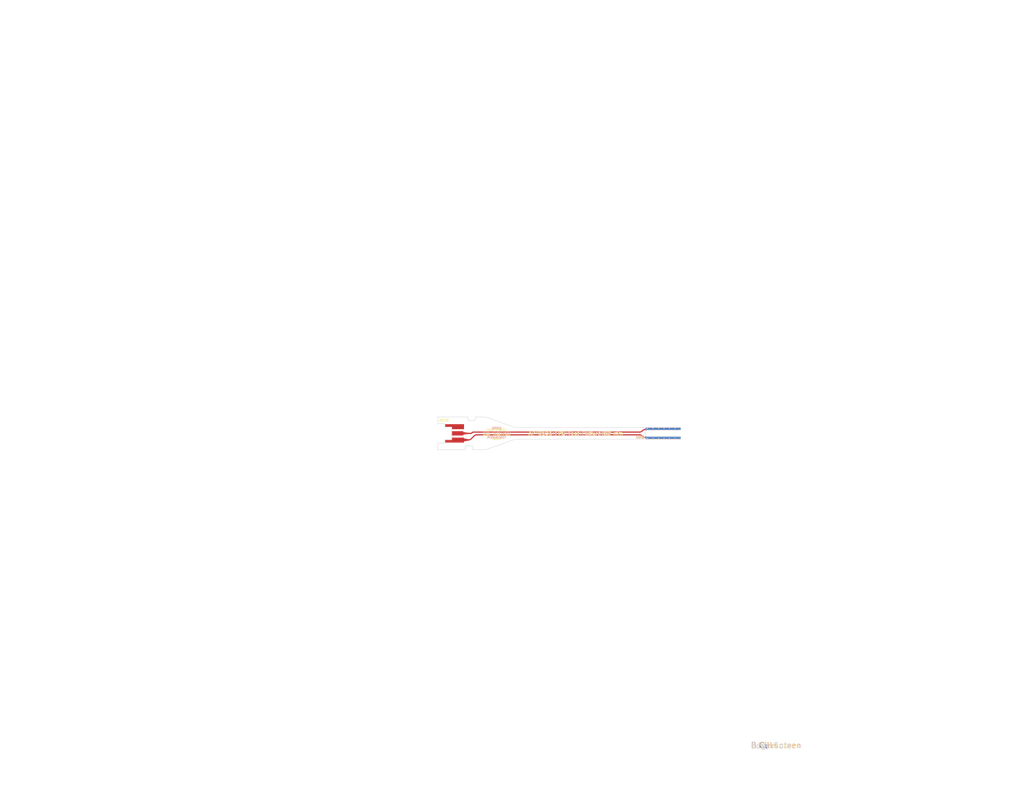
<source format=kicad_pcb>
(kicad_pcb (version 20240108) (generator "pcbnew") (generator_version "8.0")
  (title_block (title "Layout") (rev "0") (company "CREngineering"))
  (layers (0 "F.Cu" signal) (31 "B.Cu" signal) (34 "B.Paste" user) (35 "F.Paste" user) (36 "B.SilkS" user "B.Silkscreen") (37 "F.SilkS" user "F.Silkscreen") (38 "B.Mask" user) (39 "F.Mask" user) (44 "Edge.Cuts" user))
  (property "ADDRESS1" "Dorfstrasse 27A")
  (property "ADDRESS2" "Grabs 9472")
  (property "ADDRESS3" "Switzerland")
  (property "DRAWNBY" "Enrique Corpa")
  (property "DRAWNBY2" "Fabio Posser")
  (property "PROJECTID" "EP20240606-2")
  (property "PROJECTSTATUS" "Prototype")
  (property "PROJECTSTATUSDATE" "17.01.2025")
  (property "PROJECTTITLE" "AP 0603 FPC Test Fixture 60 mm")
  (property "RELEASEBY" "")
  (property "RELEASEBY2" "")
  (property "RELEASEDATE" "")
  (property "REVIEWBY" "Fabio Posser")
  (property "REVIEWBY2" "")
  (property "REVIEWDATE" "")
  (property "VARIANTNAME" "Standard")
  (net 0 "")
  (net 1 "/SIGNAL")
  (net 2 "/GND")
  (footprint "EP_Prototypes:MOLEX-734150991" (layer "F.Cu") (at 130.81 100.25)
    (property "Reference" "J101" (hide yes))
    (property "Value" "734150991" (hide yes))
    (fp_line (start -0.01 -1.75) (end -1.81 -1.75) (stroke (width 0.1)) (layer "Edge.Cuts"))
    (fp_line (start -0.01 -1.75) (end -0.01 1.75) (stroke (width 0.1)) (layer "Edge.Cuts"))
    (fp_line (start -0.01 1.75) (end -1.81 1.75) (stroke (width 0.1)) (layer "Edge.Cuts"))
    (pad "1" smd rect (at 1.54 0) (size 3.1 1.16) (layers "F.Cu" "F.Paste" "F.Mask") (net 1 "/SIGNAL"))
    (pad "2" smd custom (at 1.645 -1.825) (size 3.31 1.35) (layers "F.Cu" "F.Paste" "F.Mask") (net 2 "/GND") (options (clearance outline) (anchor rect)) (primitives (gr_rect (start -3.455 -0.675) (end -1.645 0.085) (width 0) (fill yes))))
    (pad "2" smd custom (at 1.645 1.825) (size 3.31 1.35) (layers "F.Cu" "F.Paste" "F.Mask") (net 2 "/GND") (options (clearance outline) (anchor rect)) (primitives (gr_rect (start -3.455 -0.085) (end -1.645 0.665) (width 0) (fill yes))))
  )
  (gr_poly (pts (xy 133.7 102.54) (xy 135.34 102.18) (xy 135.34 101.88) (xy 133.7 101.52)) (fill solid) (layer "F.Cu") (net 2))
  (gr_poly (pts (xy 183.3 101.15) (xy 183.3 101.45) (xy 183.55 101.75) (xy 193 101.75) (xy 193 101.15)) (fill solid) (layer "F.Cu") (net 2))
  (gr_poly (pts (xy 135.35 100.4) (xy 133.7 100.63) (xy 133.7 99.87) (xy 135.35 100.1)) (fill solid) (layer "F.Cu") (net 1))
  (gr_poly (pts (xy 183.3 99.35) (xy 183.3 99.05) (xy 183.55 98.75) (xy 193 98.75) (xy 193 99.35)) (fill solid) (layer "F.Cu") (net 1))
  (gr_poly (pts (xy 183.3 101.15) (xy 183.3 101.45) (xy 183.55 101.75) (xy 193 101.75) (xy 193 101.15)) (fill solid) (layer "B.Cu") (net 2))
  (gr_poly (pts (xy 183.3 99.35) (xy 183.3 99.05) (xy 183.55 98.75) (xy 193 98.75) (xy 193 99.35)) (fill solid) (layer "B.Cu") (net 1))
  (gr_line (start 185.5 101.85) (end 185.5 101.55) (stroke (width 0.16)) (layer "B.SilkS"))
  (gr_line (start 191.5 98.65) (end 191.5 98.95) (stroke (width 0.16)) (layer "B.SilkS"))
  (gr_line (start 188.5 98.65) (end 188.5 98.95) (stroke (width 0.16)) (layer "B.SilkS"))
  (gr_line (start 187 98.65) (end 187 98.95) (stroke (width 0.16)) (layer "B.SilkS"))
  (gr_line (start 184 98.65) (end 184 98.95) (stroke (width 0.16)) (layer "B.SilkS"))
  (gr_line (start 191.5 101.85) (end 191.5 101.55) (stroke (width 0.16)) (layer "B.SilkS"))
  (gr_line (start 190 101.85) (end 190 101.55) (stroke (width 0.16)) (layer "B.SilkS"))
  (gr_line (start 190 98.65) (end 190 98.95) (stroke (width 0.16)) (layer "B.SilkS"))
  (gr_line (start 184 101.85) (end 184 101.55) (stroke (width 0.16)) (layer "B.SilkS"))
  (gr_line (start 187 101.85) (end 187 101.55) (stroke (width 0.16)) (layer "B.SilkS"))
  (gr_line (start 188.5 101.85) (end 188.5 101.55) (stroke (width 0.16)) (layer "B.SilkS"))
  (gr_line (start 185.5 98.65) (end 185.5 98.95) (stroke (width 0.16)) (layer "B.SilkS"))
  (gr_line (start 188.5 98.65) (end 188.5 98.95) (stroke (width 0.16)) (layer "F.SilkS"))
  (gr_line (start 185.5 98.65) (end 185.5 98.95) (stroke (width 0.16)) (layer "F.SilkS"))
  (gr_line (start 187 98.65) (end 187 98.95) (stroke (width 0.16)) (layer "F.SilkS"))
  (gr_line (start 190 101.85) (end 190 101.55) (stroke (width 0.16)) (layer "F.SilkS"))
  (gr_line (start 187 101.85) (end 187 101.55) (stroke (width 0.16)) (layer "F.SilkS"))
  (gr_line (start 184 98.65) (end 184 98.95) (stroke (width 0.16)) (layer "F.SilkS"))
  (gr_line (start 191.5 98.65) (end 191.5 98.95) (stroke (width 0.16)) (layer "F.SilkS"))
  (gr_line (start 184 101.85) (end 184 101.55) (stroke (width 0.16)) (layer "F.SilkS"))
  (gr_line (start 185.5 101.85) (end 185.5 101.55) (stroke (width 0.16)) (layer "F.SilkS"))
  (gr_line (start 191.5 101.85) (end 191.5 101.55) (stroke (width 0.16)) (layer "F.SilkS"))
  (gr_line (start 190 98.65) (end 190 98.95) (stroke (width 0.16)) (layer "F.SilkS"))
  (gr_line (start 188.5 101.85) (end 188.5 101.55) (stroke (width 0.16)) (layer "F.SilkS"))
  (gr_line (start 136.5 103.95) (end 136.5 104.7) (stroke (width 0.1)) (layer "Edge.Cuts"))
  (gr_line (start 128.7 102.9) (end 127 102.9) (stroke (width 0.1)) (layer "Edge.Cuts"))
  (gr_line (start 134.5 104.7) (end 127 104.7) (stroke (width 0.1)) (layer "Edge.Cuts"))
  (gr_arc (start 137.2 96.55) (mid 137.126777 96.726777) (end 136.95 96.8) (stroke (width 0.1)) (layer "Edge.Cuts"))
  (gr_line (start 128.9 102.7) (end 128.7 102.9) (stroke (width 0.1)) (layer "Edge.Cuts"))
  (gr_arc (start 136.25 103.7) (mid 136.426777 103.773223) (end 136.5 103.95) (stroke (width 0.1)) (layer "Edge.Cuts"))
  (gr_line (start 137.2 95.8) (end 139.170444 95.8) (stroke (width 0.1)) (layer "Edge.Cuts"))
  (gr_line (start 134.75 103.7) (end 136.25 103.7) (stroke (width 0.1)) (layer "Edge.Cuts"))
  (gr_line (start 140.876755 104.39984) (end 147.073245 102.150159) (stroke (width 0.1)) (layer "Edge.Cuts"))
  (gr_line (start 135.2 95.8) (end 135.2 96.55) (stroke (width 0.1)) (layer "Edge.Cuts"))
  (gr_arc (start 139.170444 95.8) (mid 140.036699 95.875612) (end 140.876755 96.10016) (stroke (width 0.1)) (layer "Edge.Cuts"))
  (gr_line (start 183.3 100.05) (end 183.3 100.45) (stroke (width 0.1)) (layer "Edge.Cuts"))
  (gr_line (start 129 98.5) (end 128.9 98.5) (stroke (width 0.1)) (layer "Edge.Cuts"))
  (gr_line (start 148.8 101.85) (end 148.779556 101.85) (stroke (width 0.1)) (layer "Edge.Cuts"))
  (gr_line (start 134.5 103.95) (end 134.5 104.7) (stroke (width 0.1)) (layer "Edge.Cuts"))
  (gr_arc (start 134.5 103.95) (mid 134.573223 103.773223) (end 134.75 103.7) (stroke (width 0.1)) (layer "Edge.Cuts"))
  (gr_line (start 148.8 101.85) (end 193 101.85) (stroke (width 0.1)) (layer "Edge.Cuts"))
  (gr_line (start 184 101.15) (end 193 101.15) (stroke (width 0.1)) (layer "Edge.Cuts"))
  (gr_line (start 127 102.9) (end 127 104.7) (stroke (width 0.1)) (layer "Edge.Cuts"))
  (gr_arc (start 148.7796 98.65) (mid 147.913301 98.574388) (end 147.073245 98.349841) (stroke (width 0.1)) (layer "Edge.Cuts"))
  (gr_line (start 139.15 104.7) (end 139.170444 104.7) (stroke (width 0.1)) (layer "Edge.Cuts"))
  (gr_line (start 148.7796 98.65) (end 193 98.65) (stroke (width 0.1)) (layer "Edge.Cuts"))
  (gr_line (start 136.5 104.7) (end 139.15 104.7) (stroke (width 0.1)) (layer "Edge.Cuts"))
  (gr_line (start 129 102) (end 128.9 102) (stroke (width 0.1)) (layer "Edge.Cuts"))
  (gr_arc (start 147.073245 102.150159) (mid 147.913302 101.925619) (end 148.779556 101.85) (stroke (width 0.1)) (layer "Edge.Cuts"))
  (gr_line (start 193 99.35) (end 193 98.65) (stroke (width 0.1)) (layer "Edge.Cuts"))
  (gr_line (start 135.45 96.8) (end 136.95 96.8) (stroke (width 0.1)) (layer "Edge.Cuts"))
  (gr_line (start 193 101.85) (end 193 101.15) (stroke (width 0.1)) (layer "Edge.Cuts"))
  (gr_arc (start 135.45 96.8) (mid 135.273223 96.726777) (end 135.2 96.55) (stroke (width 0.1)) (layer "Edge.Cuts"))
  (gr_arc (start 183.3 100.05) (mid 183.505025 99.555025) (end 184 99.35) (stroke (width 0.1)) (layer "Edge.Cuts"))
  (gr_line (start 128.9 97.8) (end 128.9 98.5) (stroke (width 0.1)) (layer "Edge.Cuts"))
  (gr_line (start 140.876755 96.10016) (end 147.073245 98.349841) (stroke (width 0.1)) (layer "Edge.Cuts"))
  (gr_arc (start 184 101.15) (mid 183.505025 100.944975) (end 183.3 100.45) (stroke (width 0.1)) (layer "Edge.Cuts"))
  (gr_line (start 128.9 102.7) (end 128.9 102) (stroke (width 0.1)) (layer "Edge.Cuts"))
  (gr_arc (start 140.876755 104.39984) (mid 140.036698 104.624381) (end 139.170444 104.7) (stroke (width 0.1)) (layer "Edge.Cuts"))
  (gr_line (start 128.7 97.6) (end 127 97.6) (stroke (width 0.1)) (layer "Edge.Cuts"))
  (gr_line (start 193 99.35) (end 184 99.35) (stroke (width 0.1)) (layer "Edge.Cuts"))
  (gr_line (start 137.2 95.8) (end 137.2 96.55) (stroke (width 0.1)) (layer "Edge.Cuts"))
  (gr_line (start 127 95.8) (end 135.2 95.8) (stroke (width 0.1)) (layer "Edge.Cuts"))
  (gr_line (start 128.9 97.8) (end 128.7 97.6) (stroke (width 0.1)) (layer "Edge.Cuts"))
  (gr_line (start 127 97.6) (end 127 95.8) (stroke (width 0.1)) (layer "Edge.Cuts"))
  (gr_text "${LAYER}" (at 212 186 0) (layer "F.Cu") (effects (font (size 1.5 1.5) (thickness 0.2)) (justify left bottom)))
  (gr_text "${LAYER}" (at 212 186 0) (layer "B.Cu") (effects (font (size 1.5 1.5) (thickness 0.2)) (justify left bottom)))
  (gr_text "Euler Precision ${PROJECTID}" (at 164.5 100.25 180) (layer "B.SilkS") (effects (font (size 1 1) (thickness 0.2) (bold yes)) (justify mirror)))
  (gr_text "${LAYER}" (at 212 186 0) (layer "B.SilkS") (effects (font (size 1.5 1.5) (thickness 0.2)) (justify left bottom)))
  (gr_text "GND" (at 180.75 100.75 180) (layer "B.SilkS") (effects (font (size 0.75 0.75) (thickness 0.16) (bold yes)) (justify left bottom mirror)))
  (gr_text "${PROJECTTITLE}" (at 164.5 100.25 0) (layer "F.SilkS") (effects (font (size 1 1) (thickness 0.2) (bold yes))))
  (gr_text "GND" (at 180.85 101.7 0) (layer "F.SilkS") (effects (font (size 0.75 0.75) (thickness 0.16) (bold yes)) (justify left bottom)))
  (gr_text "REV${REVISION}" (at 127.25 97.15 0) (layer "F.SilkS") (effects (font (size 0.7 0.7) (thickness 0.16) (bold yes)) (justify left bottom)))
  (gr_text "${LAYER}" (at 212 186 0) (layer "F.SilkS") (effects (font (size 1.5 1.5) (thickness 0.2)) (justify left bottom)))
  (gr_text "${LAYER}" (at 212 186 0) (layer "Edge.Cuts") (effects (font (size 1.5 1.5) (thickness 0.2)) (justify left bottom)))
  (gr_text_box "WARNING:\nUse insertion tool!" (start 138.5 97.75) (end 147.5 102.25) (angle 180) (layer "B.SilkS") (effects (font (size 0.75 0.75) (thickness 0.16) (bold yes)) (justify top mirror)) (border no))
  (gr_text_box "WARNING:\nUse insertion tool!" (start 138.5 98.25) (end 147.5 102.75) (layer "F.SilkS") (effects (font (size 0.75 0.75) (thickness 0.16) (bold yes)) (justify top)) (border no))
  (segment (start 135.922893 100.25) (end 132.35 100.25) (width 0.3) (layer "F.Cu") (net 1))
  (segment (start 183.6 99) (end 183.65 99.05) (width 0.3) (layer "F.Cu") (net 1))
  (segment (start 183.65 99.05) (end 183.5 99.2) (width 0.3) (layer "F.Cu") (net 1))
  (segment (start 183.5 99.2) (end 183.364214 99.2) (width 0.3) (layer "F.Cu") (net 1))
  (segment (start 136.333553 100.046447) (end 136.276446 100.103554) (width 0.3) (layer "F.Cu") (net 1))
  (segment (start 181.835786 99.9) (end 136.687107 99.9) (width 0.3) (layer "F.Cu") (net 1))
  (segment (start 182.657107 99.492893) (end 182.542893 99.607107) (width 0.3) (layer "F.Cu") (net 1))
  (via (at 183.65 99.05) (size 0.5) (drill 0.2) (layers "F.Cu" "B.Cu") (net 1))
  (arc (start 182.542893 99.607107) (mid 182.21847 99.82388) (end 181.835786 99.9) (width 0.3) (layer "F.Cu") (net 1))
  (arc (start 136.333553 100.046447) (mid 136.495765 99.93806) (end 136.687107 99.9) (width 0.3) (layer "F.Cu") (net 1))
  (arc (start 136.276446 100.103554) (mid 136.114234 100.21194) (end 135.922893 100.25) (width 0.3) (layer "F.Cu") (net 1))
  (arc (start 182.657107 99.492893) (mid 182.98153 99.27612) (end 183.364214 99.2) (width 0.3) (layer "F.Cu") (net 1))
  (segment (start 132.25 102.03) (end 133.32 102.03) (width 0.2) (layer "F.Cu") (net 2))
  (segment (start 182.607107 101.007107) (end 182.542893 100.942893) (width 0.3) (layer "F.Cu") (net 2))
  (segment (start 135.355786 102.03) (end 132.25 102.03) (width 0.3) (layer "F.Cu") (net 2))
  (segment (start 183.65 101.45) (end 183.6 101.5) (width 0.3) (layer "F.Cu") (net 2))
  (segment (start 183.65 101.45) (end 183.5 101.3) (width 0.3) (layer "F.Cu") (net 2))
  (segment (start 136.857107 100.942893) (end 136.062893 101.737107) (width 0.3) (layer "F.Cu") (net 2))
  (segment (start 183.5 101.3) (end 183.314214 101.3) (width 0.3) (layer "F.Cu") (net 2))
  (segment (start 181.835786 100.65) (end 137.564214 100.65) (width 0.3) (layer "F.Cu") (net 2))
  (via (at 183.65 101.45) (size 0.5) (drill 0.2) (layers "F.Cu" "B.Cu") (net 2))
  (arc (start 136.062893 101.737107) (mid 135.73847 101.95388) (end 135.355786 102.03) (width 0.3) (layer "F.Cu") (net 2))
  (arc (start 182.542893 100.942893) (mid 182.21847 100.72612) (end 181.835786 100.65) (width 0.3) (layer "F.Cu") (net 2))
  (arc (start 183.314214 101.3) (mid 182.931531 101.22388) (end 182.607107 101.007107) (width 0.3) (layer "F.Cu") (net 2))
  (arc (start 136.857107 100.942893) (mid 137.18153 100.72612) (end 137.564214 100.65) (width 0.3) (layer "F.Cu") (net 2))
)
</source>
